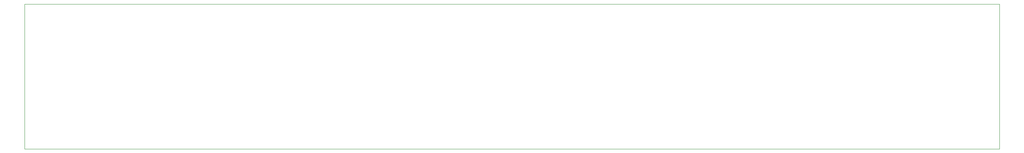
<source format=gbr>
%TF.GenerationSoftware,KiCad,Pcbnew,(6.0.0-0)*%
%TF.CreationDate,2022-02-16T17:51:07-05:00*%
%TF.ProjectId,cpu-input-output-control,6370752d-696e-4707-9574-2d6f75747075,rev?*%
%TF.SameCoordinates,Original*%
%TF.FileFunction,Profile,NP*%
%FSLAX46Y46*%
G04 Gerber Fmt 4.6, Leading zero omitted, Abs format (unit mm)*
G04 Created by KiCad (PCBNEW (6.0.0-0)) date 2022-02-16 17:51:07*
%MOMM*%
%LPD*%
G01*
G04 APERTURE LIST*
%TA.AperFunction,Profile*%
%ADD10C,0.120000*%
%TD*%
G04 APERTURE END LIST*
D10*
X38255000Y-65980000D02*
X259941000Y-65980000D01*
X259941000Y-65980000D02*
X259941000Y-99060000D01*
X259941000Y-99060000D02*
X38255000Y-99060000D01*
X38255000Y-99060000D02*
X38255000Y-65980000D01*
M02*

</source>
